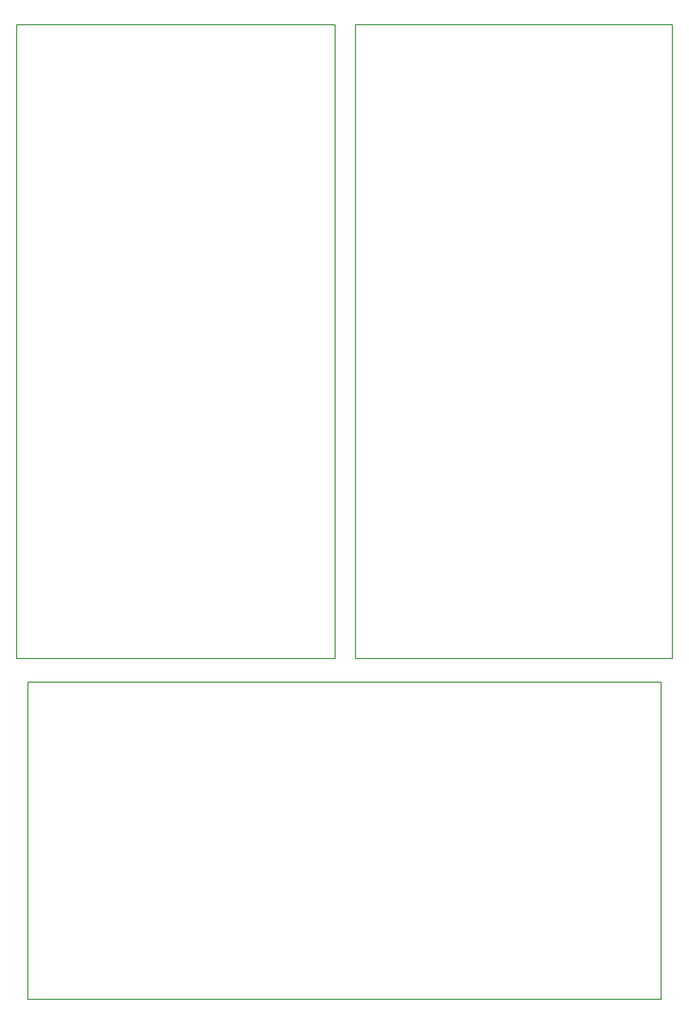
<source format=gbr>
G04 #@! TF.FileFunction,Glue,Top*
%FSLAX46Y46*%
G04 Gerber Fmt 4.6, Leading zero omitted, Abs format (unit mm)*
G04 Created by KiCad (PCBNEW 4.0.7-e2-6376~58~ubuntu14.04.1) date Mon Feb 26 15:39:35 2018*
%MOMM*%
%LPD*%
G01*
G04 APERTURE LIST*
%ADD10C,0.100000*%
%ADD11C,0.150000*%
G04 APERTURE END LIST*
D10*
D11*
X750000Y53750000D02*
X0Y53750000D01*
X49500000Y153750000D02*
X50250000Y153750000D01*
X1750000Y50000000D02*
X1750000Y49750000D01*
X101750000Y50000000D02*
X101750000Y49750000D01*
X54000000Y53750000D02*
X53500000Y53750000D01*
X53500000Y153750000D02*
X54000000Y153750000D01*
X101750000Y49500000D02*
X101750000Y49750000D01*
X1750000Y49750000D02*
X1750000Y49500000D01*
X750000Y53750000D02*
X50250000Y53750000D01*
X50250000Y53750000D02*
X50250000Y153750000D01*
X103500000Y53750000D02*
X103500000Y153750000D01*
X54000000Y53750000D02*
X103500000Y53750000D01*
X103500000Y153750000D02*
X54000000Y153750000D01*
X53500000Y153750000D02*
X53500000Y53750000D01*
X0Y153750000D02*
X0Y53750000D01*
X49500000Y153750000D02*
X0Y153750000D01*
X1750000Y50000000D02*
X101750000Y50000000D01*
X101750000Y49500000D02*
X101750000Y0D01*
X1750000Y0D02*
X1750000Y49500000D01*
X1750000Y0D02*
X101750000Y0D01*
M02*

</source>
